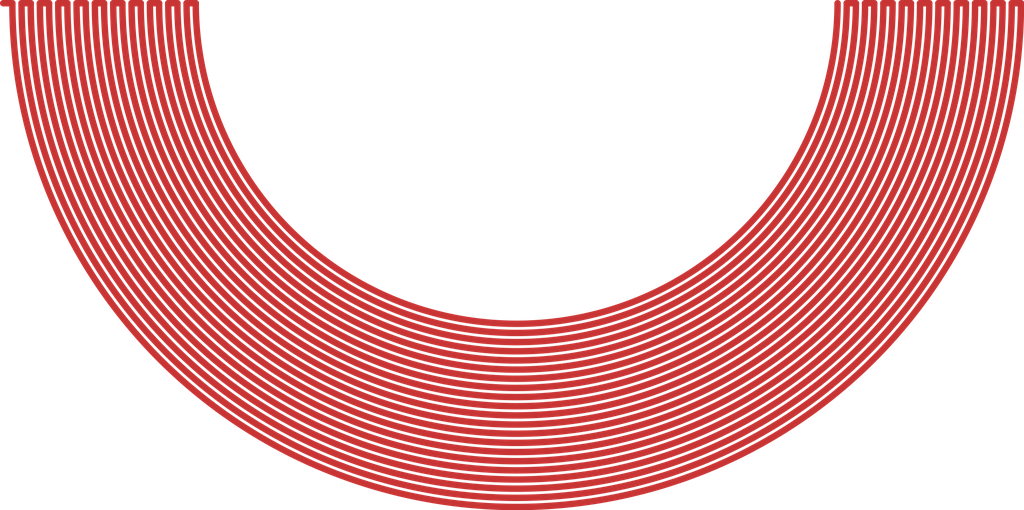
<source format=kicad_pcb>
(kicad_pcb
	(version 20240108)
	(generator "pcbnew")
	(generator_version "8.0")
	(general
		(thickness 1.6)
		(legacy_teardrops no)
	)
	(paper "A4")
	(layers
		(0 "F.Cu" signal)
		(31 "B.Cu" signal)
		(32 "B.Adhes" user "B.Adhesive")
		(33 "F.Adhes" user "F.Adhesive")
		(34 "B.Paste" user)
		(35 "F.Paste" user)
		(36 "B.SilkS" user "B.Silkscreen")
		(37 "F.SilkS" user "F.Silkscreen")
		(38 "B.Mask" user)
		(39 "F.Mask" user)
		(40 "Dwgs.User" user "User.Drawings")
		(41 "Cmts.User" user "User.Comments")
		(42 "Eco1.User" user "User.Eco1")
		(43 "Eco2.User" user "User.Eco2")
		(44 "Edge.Cuts" user)
		(45 "Margin" user)
		(46 "B.CrtYd" user "B.Courtyard")
		(47 "F.CrtYd" user "F.Courtyard")
		(48 "B.Fab" user)
		(49 "F.Fab" user)
		(50 "User.1" user)
		(51 "User.2" user)
		(52 "User.3" user)
		(53 "User.4" user)
		(54 "User.5" user)
		(55 "User.6" user)
		(56 "User.7" user)
		(57 "User.8" user)
		(58 "User.9" user)
	)
	(setup
		(pad_to_mask_clearance 0)
		(allow_soldermask_bridges_in_footprints no)
		(pcbplotparams
			(layerselection 0x00010fc_ffffffff)
			(plot_on_all_layers_selection 0x0000000_00000000)
			(disableapertmacros no)
			(usegerberextensions no)
			(usegerberattributes yes)
			(usegerberadvancedattributes yes)
			(creategerberjobfile yes)
			(dashed_line_dash_ratio 12.000000)
			(dashed_line_gap_ratio 3.000000)
			(svgprecision 4)
			(plotframeref no)
			(viasonmask no)
			(mode 1)
			(useauxorigin no)
			(hpglpennumber 1)
			(hpglpenspeed 20)
			(hpglpendiameter 15.000000)
			(pdf_front_fp_property_popups yes)
			(pdf_back_fp_property_popups yes)
			(dxfpolygonmode yes)
			(dxfimperialunits yes)
			(dxfusepcbnewfont yes)
			(psnegative no)
			(psa4output no)
			(plotreference yes)
			(plotvalue yes)
			(plotfptext yes)
			(plotinvisibletext no)
			(sketchpadsonfab no)
			(subtractmaskfromsilk no)
			(outputformat 1)
			(mirror no)
			(drillshape 1)
			(scaleselection 1)
			(outputdirectory "")
		)
	)
	(net 0 "")
	(gr_arc
		(start 154.4 52.5)
		(mid 108.4 98.5)
		(end 62.4 52.5)
		(stroke
			(width 0.7)
			(type default)
		)
		(layer "F.Cu")
		(uuid "04e05566-56e6-4530-a024-42f66a50b006")
	)
	(gr_arc
		(start 152.4 52.5)
		(mid 108.4 96.5)
		(end 64.4 52.5)
		(stroke
			(width 0.7)
			(type default)
		)
		(layer "F.Cu")
		(uuid "080b6df5-bddf-4d02-b7e1-c518cd6700c1")
	)
	(gr_arc
		(start 148.4 52.5)
		(mid 108.4 92.5)
		(end 68.4 52.5)
		(stroke
			(width 0.7)
			(type default)
		)
		(layer "F.Cu")
		(uuid "111cbc37-dfb2-4c6c-94d4-dd8c3c5f0acc")
	)
	(gr_arc
		(start 146.4 52.5)
		(mid 108.4 90.5)
		(end 70.4 52.5)
		(stroke
			(width 0.7)
			(type default)
		)
		(layer "F.Cu")
		(uuid "34187f47-4f80-4399-9840-c035b5db0039")
	)
	(gr_arc
		(start 158.4 52.5)
		(mid 108.4 102.5)
		(end 58.4 52.5)
		(stroke
			(width 0.7)
			(type default)
		)
		(layer "F.Cu")
		(uuid "477386ae-2549-4d2a-a4eb-0d21f08fd4a6")
	)
	(gr_arc
		(start 147.4 52.5)
		(mid 108.4 91.5)
		(end 69.4 52.5)
		(stroke
			(width 0.7)
			(type default)
		)
		(layer "F.Cu")
		(uuid "4a27be3e-5eff-4d6d-bfea-6c2e9f392262")
	)
	(gr_arc
		(start 149.4 52.5)
		(mid 108.4 93.5)
		(end 67.4 52.5)
		(stroke
			(width 0.7)
			(type default)
		)
		(layer "F.Cu")
		(uuid "7155865b-958c-4708-a192-0a3a34e2e5ae")
	)
	(gr_arc
		(start 150.4 52.5)
		(mid 108.4 94.5)
		(end 66.4 52.5)
		(stroke
			(width 0.7)
			(type default)
		)
		(layer "F.Cu")
		(uuid "7444d52e-b0c4-4bed-a9da-05b8d44948bf")
	)
	(gr_arc
		(start 163.4 52.5)
		(mid 108.4 107.5)
		(end 53.4 52.5)
		(stroke
			(width 0.7)
			(type default)
		)
		(layer "F.Cu")
		(uuid "7791ca6a-1fa1-465b-8dc0-a687b1dfc4f3")
	)
	(gr_arc
		(start 151.4 52.5)
		(mid 108.4 95.5)
		(end 65.4 52.5)
		(stroke
			(width 0.7)
			(type default)
		)
		(layer "F.Cu")
		(uuid "785841dc-98a7-4eca-8cc3-b5950b419363")
	)
	(gr_arc
		(start 159.4 52.5)
		(mid 108.4 103.5)
		(end 57.4 52.5)
		(stroke
			(width 0.7)
			(type default)
		)
		(layer "F.Cu")
		(uuid "7c685c5b-6949-447e-b080-85ace1a4bd88")
	)
	(gr_arc
		(start 155.4 52.5)
		(mid 108.4 99.5)
		(end 61.4 52.5)
		(stroke
			(width 0.7)
			(type default)
		)
		(layer "F.Cu")
		(uuid "850307de-56b3-4f98-ab6e-a9b176d2579a")
	)
	(gr_arc
		(start 157.4 52.5)
		(mid 108.4 101.5)
		(end 59.4 52.5)
		(stroke
			(width 0.7)
			(type default)
		)
		(layer "F.Cu")
		(uuid "a08ed6e6-1825-4922-b232-066f4bb8ecf3")
	)
	(gr_arc
		(start 153.4 52.5)
		(mid 108.4 97.5)
		(end 63.4 52.5)
		(stroke
			(width 0.7)
			(type default)
		)
		(layer "F.Cu")
		(uuid "aaf037a9-9a3a-4709-96de-51063781f4c3")
	)
	(gr_arc
		(start 145.4 52.5)
		(mid 108.4 89.5)
		(end 71.4 52.5)
		(stroke
			(width 0.7)
			(type default)
		)
		(layer "F.Cu")
		(uuid "b44d40c6-ff3e-45ce-b253-9ec334934e4f")
	)
	(gr_arc
		(start 144.4 52.5)
		(mid 108.4 88.5)
		(end 72.4 52.5)
		(stroke
			(width 0.7)
			(type default)
		)
		(layer "F.Cu")
		(uuid "b74544e1-8757-453b-91d1-fa6479d8f0f4")
	)
	(gr_arc
		(start 162.4 52.5)
		(mid 108.4 106.5)
		(end 54.4 52.5)
		(stroke
			(width 0.7)
			(type default)
		)
		(layer "F.Cu")
		(uuid "c11412ea-1750-42c0-b0be-915bf9329050")
	)
	(gr_arc
		(start 156.4 52.5)
		(mid 108.4 100.5)
		(end 60.4 52.5)
		(stroke
			(width 0.7)
			(type default)
		)
		(layer "F.Cu")
		(uuid "d752e0ee-f8c3-47fd-9b8f-39f1261768ca")
	)
	(gr_arc
		(start 143.4 52.5)
		(mid 108.4 87.5)
		(end 73.4 52.5)
		(stroke
			(width 0.7)
			(type default)
		)
		(layer "F.Cu")
		(uuid "e49cc466-3836-4b2f-a07e-5ae0172a2930")
	)
	(gr_arc
		(start 160.4 52.5)
		(mid 108.4 104.5)
		(end 56.4 52.5)
		(stroke
			(width 0.7)
			(type default)
		)
		(layer "F.Cu")
		(uuid "f0bb21d8-986c-4f7c-ab12-76b3a095945b")
	)
	(gr_arc
		(start 161.4 52.5)
		(mid 108.4 105.5)
		(end 55.4 52.5)
		(stroke
			(width 0.7)
			(type default)
		)
		(layer "F.Cu")
		(uuid "f6205a36-70bd-43ad-920c-5e7b73dca8d7")
	)
	(segment
		(start 146.4 52.5)
		(end 147.4 52.5)
		(width 0.7)
		(layer "F.Cu")
		(net 0)
		(uuid "023c3bf2-65c8-4a91-98cf-309aadcc2ced")
	)
	(segment
		(start 154.4 52.5)
		(end 155.4 52.5)
		(width 0.7)
		(layer "F.Cu")
		(net 0)
		(uuid "1213b44c-74ba-4321-8460-2d5fafc8914c")
	)
	(segment
		(start 55.4 52.5)
		(end 54.4 52.5)
		(width 0.7)
		(layer "F.Cu")
		(net 0)
		(uuid "22555bb6-6f06-4b34-af3d-cc279df6693b")
	)
	(segment
		(start 144.4 52.5)
		(end 145.4 52.5)
		(width 0.7)
		(layer "F.Cu")
		(net 0)
		(uuid "2fea8970-7d9c-4ba6-b73d-d5bdd3f206b9")
	)
	(segment
		(start 61.4 52.5)
		(end 60.4 52.5)
		(width 0.7)
		(layer "F.Cu")
		(net 0)
		(uuid "321e75ce-daa2-4703-ab3a-479323cc1149")
	)
	(segment
		(start 69.4 52.5)
		(end 68.4 52.5)
		(width 0.7)
		(layer "F.Cu")
		(net 0)
		(uuid "3339c157-5c29-4c20-ab7a-1b33a19b8edb")
	)
	(segment
		(start 73.4 52.5)
		(end 72.4 52.5)
		(width 0.7)
		(layer "F.Cu")
		(net 0)
		(uuid "3bbdbe6e-9d70-4bbc-a3d2-3e2505b27e8f")
	)
	(segment
		(start 148.4 52.5)
		(end 149.4 52.5)
		(width 0.7)
		(layer "F.Cu")
		(net 0)
		(uuid "6294473a-0ffd-456a-9d68-1912e59057a6")
	)
	(segment
		(start 63.4 52.5)
		(end 62.4 52.5)
		(width 0.7)
		(layer "F.Cu")
		(net 0)
		(uuid "78d784af-21c6-4ab1-bef8-5659c24ccaf5")
	)
	(segment
		(start 59.4 52.5)
		(end 58.4 52.5)
		(width 0.7)
		(layer "F.Cu")
		(net 0)
		(uuid "7d7ea05d-511c-4c05-9ca2-f00bedd5ac2e")
	)
	(segment
		(start 156.4 52.5)
		(end 157.4 52.5)
		(width 0.7)
		(layer "F.Cu")
		(net 0)
		(uuid "8a8676a5-c220-48a5-9e60-6b94f2ce71ba")
	)
	(segment
		(start 162.4 52.5)
		(end 163.4 52.5)
		(width 0.7)
		(layer "F.Cu")
		(net 0)
		(uuid "9f66f385-e314-4f50-abc8-a6f41bf094a3")
	)
	(segment
		(start 150.4 52.5)
		(end 151.4 52.5)
		(width 0.7)
		(layer "F.Cu")
		(net 0)
		(uuid "a59fc052-e765-45a6-9e86-33f4e55082a8")
	)
	(segment
		(start 57.4 52.5)
		(end 56.4 52.5)
		(width 0.7)
		(layer "F.Cu")
		(net 0)
		(uuid "aaf8854f-fd0a-4b5c-8c3a-c9371ff82342")
	)
	(segment
		(start 152.4 52.5)
		(end 153.4 52.5)
		(width 0.7)
		(layer "F.Cu")
		(net 0)
		(uuid "ae6dc991-f6cb-44a8-8993-b3a9a0140bf4")
	)
	(segment
		(start 160.4 52.5)
		(end 161.4 52.5)
		(width 0.7)
		(layer "F.Cu")
		(net 0)
		(uuid "be48d17c-9b9a-40b1-ace4-f294b31d02a5")
	)
	(segment
		(start 67.4 52.5)
		(end 66.4 52.5)
		(width 0.7)
		(layer "F.Cu")
		(net 0)
		(uuid "c02bfd9c-c221-4ff7-b79c-c08e0b4b27d2")
	)
	(segment
		(start 65.4 52.5)
		(end 64.4 52.5)
		(width 0.7)
		(layer "F.Cu")
		(net 0)
		(uuid "c1552277-2c42-4caa-bf13-987875a8f2eb")
	)
	(segment
		(start 53.4 52.5)
		(end 52.4 52.5)
		(width 0.7)
		(layer "F.Cu")
		(net 0)
		(uuid "cca3bc3e-4c95-40ae-9102-36bd3ab14394")
	)
	(segment
		(start 158.4 52.5)
		(end 159.4 52.5)
		(width 0.7)
		(layer "F.Cu")
		(net 0)
		(uuid "ef6fdcce-f88e-4f8f-9bde-d2a32c9a3201")
	)
	(segment
		(start 71.4 52.5)
		(end 70.4 52.5)
		(width 0.7)
		(layer "F.Cu")
		(net 0)
		(uuid "fc202126-5a0b-46cd-8f5c-2f5afde51765")
	)
)

</source>
